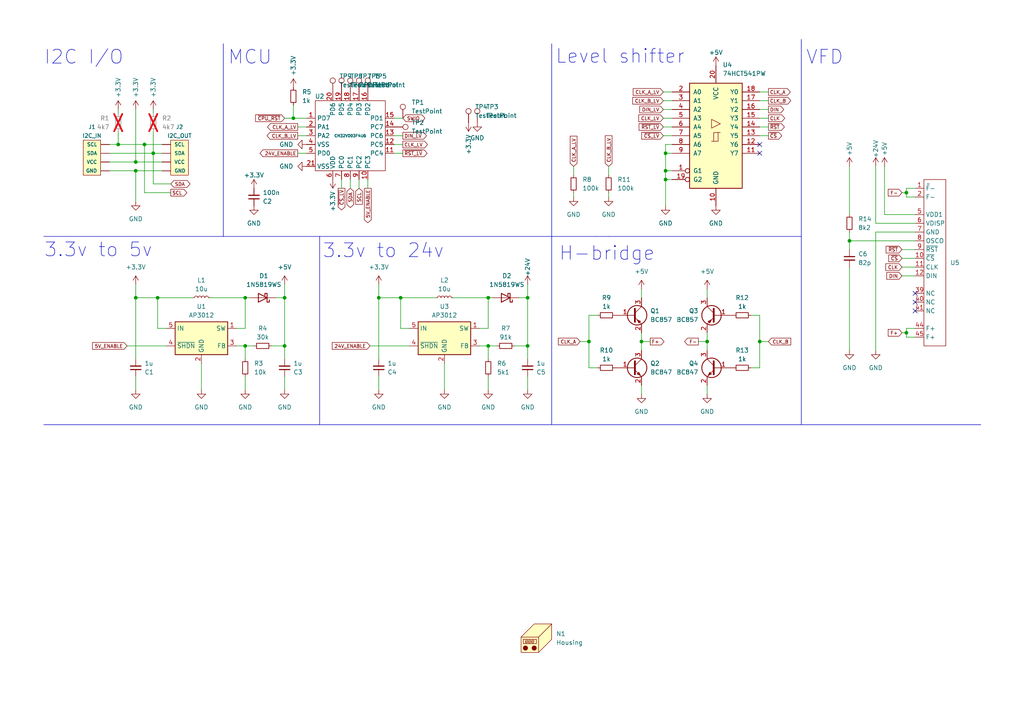
<source format=kicad_sch>
(kicad_sch (version 20230620) (generator eeschema)
  (paper "A4")
  (title_block (title "HCS-12SS59T VFD") (date "2023-05-29") (rev "0.1") (company "Nicolai Electronics"))
  (lib_symbols
    (symbol "74xx:74HCT541" (pin_names (offset 1.016))
      (property "Reference" "U" (at -7.62 16.51 0))
      (property "Value" "74HCT541" (at -7.62 -16.51 0))
      (symbol "74HCT541_1_0"
        (polyline (pts (xy -0.635 -1.6002) (xy -0.635 0.9398) (xy 0.635 0.9398)))
        (polyline (pts (xy -1.27 -1.6002) (xy 0.635 -1.6002) (xy 0.635 0.9398) (xy 1.27 0.9398)))
        (polyline (pts (xy 1.27 3.4798) (xy -1.27 4.7498) (xy -1.27 2.2098) (xy 1.27 3.4798)) (stroke (width 0.1524)))
        (pin input inverted (at -12.7 -10.16 0) (length 5.08) (name "G1") (number "1"))
        (pin power_in line (at 0 -20.32 90) (length 5.08) (name "GND") (number "10"))
        (pin tri_state line (at 12.7 -5.08 180) (length 5.08) (name "Y7") (number "11"))
        (pin tri_state line (at 12.7 -2.54 180) (length 5.08) (name "Y6") (number "12"))
        (pin tri_state line (at 12.7 0 180) (length 5.08) (name "Y5") (number "13"))
        (pin tri_state line (at 12.7 2.54 180) (length 5.08) (name "Y4") (number "14"))
        (pin tri_state line (at 12.7 5.08 180) (length 5.08) (name "Y3") (number "15"))
        (pin tri_state line (at 12.7 7.62 180) (length 5.08) (name "Y2") (number "16"))
        (pin tri_state line (at 12.7 10.16 180) (length 5.08) (name "Y1") (number "17"))
        (pin tri_state line (at 12.7 12.7 180) (length 5.08) (name "Y0") (number "18"))
        (pin input inverted (at -12.7 -12.7 0) (length 5.08) (name "G2") (number "19"))
        (pin input line (at -12.7 12.7 0) (length 5.08) (name "A0") (number "2"))
        (pin power_in line (at 0 20.32 270) (length 5.08) (name "VCC") (number "20"))
        (pin input line (at -12.7 10.16 0) (length 5.08) (name "A1") (number "3"))
        (pin input line (at -12.7 7.62 0) (length 5.08) (name "A2") (number "4"))
        (pin input line (at -12.7 5.08 0) (length 5.08) (name "A3") (number "5"))
        (pin input line (at -12.7 2.54 0) (length 5.08) (name "A4") (number "6"))
        (pin input line (at -12.7 0 0) (length 5.08) (name "A5") (number "7"))
        (pin input line (at -12.7 -2.54 0) (length 5.08) (name "A6") (number "8"))
        (pin input line (at -12.7 -5.08 0) (length 5.08) (name "A7") (number "9"))
      )
      (symbol "74HCT541_1_1"
        (rectangle (start -7.62 15.24) (end 7.62 -15.24) (stroke (width 0.254)) (fill (type background)))
      )
    )
    (symbol "Connector:TestPoint" (pin_numbers hide) (pin_names (offset 0.762) hide)
      (property "Reference" "TP" (at 0 6.858 0))
      (property "Value" "TestPoint" (at 0 5.08 0))
      (symbol "TestPoint_0_1"
        (circle (center 0 3.302) (radius 0.762))
      )
      (symbol "TestPoint_1_1"
        (pin passive line (at 0 0 90) (length 2.54) (name "1") (number "1"))
      )
    )
    (symbol "Device:C_Small" (pin_numbers hide) (pin_names (offset 0.254) hide)
      (property "Reference" "C" (at 0.254 1.778 0))
      (property "Value" "C_Small" (at 0.254 -2.032 0))
      (symbol "C_Small_0_1"
        (polyline (pts (xy -1.524 -0.508) (xy 1.524 -0.508)) (stroke (width 0.3302)))
        (polyline (pts (xy -1.524 0.508) (xy 1.524 0.508)) (stroke (width 0.3048)))
      )
      (symbol "C_Small_1_1"
        (pin passive line (at 0 2.54 270) (length 2.032) (name "~") (number "1"))
        (pin passive line (at 0 -2.54 90) (length 2.032) (name "~") (number "2"))
      )
    )
    (symbol "Device:L_Small" (pin_numbers hide) (pin_names (offset 0.254) hide)
      (property "Reference" "L" (at 0.762 1.016 0))
      (property "Value" "L_Small" (at 0.762 -1.016 0))
      (symbol "L_Small_0_1"
        (arc (start 0 -2.032) (mid 0.5058 -1.524) (end 0 -1.016))
        (arc (start 0 -1.016) (mid 0.5058 -0.508) (end 0 0))
        (arc (start 0 0) (mid 0.5058 0.508) (end 0 1.016))
        (arc (start 0 1.016) (mid 0.5058 1.524) (end 0 2.032))
      )
      (symbol "L_Small_1_1"
        (pin passive line (at 0 2.54 270) (length 0.508) (name "~") (number "1"))
        (pin passive line (at 0 -2.54 90) (length 0.508) (name "~") (number "2"))
      )
    )
    (symbol "Device:R_Small" (pin_numbers hide) (pin_names (offset 0.254) hide)
      (property "Reference" "R" (at 0.762 0.508 0))
      (property "Value" "R_Small" (at 0.762 -1.016 0))
      (symbol "R_Small_0_1"
        (rectangle (start -0.762 1.778) (end 0.762 -1.778) (stroke (width 0.2032)))
      )
      (symbol "R_Small_1_1"
        (pin passive line (at 0 2.54 270) (length 0.762) (name "~") (number "1"))
        (pin passive line (at 0 -2.54 90) (length 0.762) (name "~") (number "2"))
      )
    )
    (symbol "Diode:1N5819WS" (pin_numbers hide) (pin_names (offset 1.016) hide)
      (property "Reference" "D" (at 0 2.54 0))
      (property "Value" "1N5819WS" (at 0 -2.54 0))
      (symbol "1N5819WS_0_1"
        (polyline (pts (xy 1.27 0) (xy -1.27 0)))
        (polyline (pts (xy 1.27 1.27) (xy 1.27 -1.27) (xy -1.27 0) (xy 1.27 1.27)) (stroke (width 0.254)))
        (polyline (pts (xy -1.905 0.635) (xy -1.905 1.27) (xy -1.27 1.27) (xy -1.27 -1.27) (xy -0.635 -1.27) (xy -0.635 -0.635)) (stroke (width 0.254)))
      )
      (symbol "1N5819WS_1_1"
        (pin passive line (at -3.81 0 0) (length 2.54) (name "K") (number "1"))
        (pin passive line (at 3.81 0 180) (length 2.54) (name "A") (number "2"))
      )
    )
    (symbol "Mechanical:Housing" (pin_names (offset 1.016))
      (property "Reference" "N" (at 3.81 0 0))
      (property "Value" "Housing" (at 3.81 -1.905 0))
      (symbol "Housing_0_1"
        (rectangle (start -5.08 -0.635) (end -1.27 -1.905))
        (circle (center -4.445 -3.175) (radius 0.635) (fill (type outline)))
        (circle (center -1.905 -3.175) (radius 0.635) (fill (type outline)))
        (polyline (pts (xy -4.5212 -1.5748) (xy -4.4704 -1.3716)))
        (polyline (pts (xy -4.4196 -1.6764) (xy -4.064 -1.6764)))
        (polyline (pts (xy -4.4196 -1.2192) (xy -4.3688 -0.9652)))
        (polyline (pts (xy -4.318 -1.3208) (xy -4.0132 -1.3208)))
        (polyline (pts (xy -4.2164 -0.9144) (xy -3.9116 -0.9144)))
        (polyline (pts (xy -3.9116 -1.6256) (xy -3.8608 -1.3716)))
        (polyline (pts (xy -3.81 -1.2192) (xy -3.7592 -0.9652)))
        (polyline (pts (xy -3.6068 -1.5748) (xy -3.556 -1.3716)))
        (polyline (pts (xy -3.5052 -1.6764) (xy -3.1496 -1.6764)))
        (polyline (pts (xy -3.5052 -1.2192) (xy -3.4544 -0.9652)))
        (polyline (pts (xy -3.4036 -1.3208) (xy -3.0988 -1.3208)))
        (polyline (pts (xy -3.302 -0.9144) (xy -2.9972 -0.9144)))
        (polyline (pts (xy -2.9972 -1.6256) (xy -2.9464 -1.3716)))
        (polyline (pts (xy -2.8956 -1.2192) (xy -2.8448 -0.9652)))
        (polyline (pts (xy -2.6924 -1.5748) (xy -2.6416 -1.3716)))
        (polyline (pts (xy -2.5908 -1.6764) (xy -2.2352 -1.6764)))
        (polyline (pts (xy -2.5908 -1.2192) (xy -2.54 -0.9652)))
        (polyline (pts (xy -2.4892 -1.3208) (xy -2.1844 -1.3208)))
        (polyline (pts (xy -2.3876 -0.9144) (xy -2.0828 -0.9144)))
        (polyline (pts (xy -2.0828 -1.6256) (xy -2.032 -1.3716)))
        (polyline (pts (xy -1.9812 -1.2192) (xy -1.9304 -0.9652)))
        (polyline (pts (xy -0.635 0) (xy -0.635 -4.445)))
        (polyline (pts (xy -5.715 0) (xy -0.635 0) (xy 3.175 3.81)))
        (polyline (pts (xy -5.715 0) (xy -5.715 -4.445) (xy -0.635 -4.445) (xy 3.175 -0.635) (xy 3.175 3.81) (xy -1.905 3.81) (xy -5.715 0)) (fill (type background)))
      )
    )
    (symbol "Regulator_Switching:AP3012"
      (property "Reference" "U" (at -7.62 5.715 0))
      (property "Value" "AP3012" (at 0 5.715 0))
      (symbol "AP3012_0_1"
        (rectangle (start -7.62 4.445) (end 7.62 -5.08) (stroke (width 0.254)) (fill (type background)))
      )
      (symbol "AP3012_1_1"
        (pin passive line (at 10.16 2.54 180) (length 2.54) (name "SW") (number "1"))
        (pin power_in line (at 0 -7.62 90) (length 2.54) (name "GND") (number "2"))
        (pin input line (at 10.16 -2.54 180) (length 2.54) (name "FB") (number "3"))
        (pin input line (at -10.16 -2.54 0) (length 2.54) (name "~{SHDN}") (number "4"))
        (pin power_in line (at -10.16 2.54 0) (length 2.54) (name "IN") (number "5"))
      )
    )
    (symbol "Transistor_BJT:BC847" (pin_names (offset 0) hide)
      (property "Reference" "Q" (at 5.08 1.905 0))
      (property "Value" "BC847" (at 5.08 0 0))
      (symbol "BC847_0_1"
        (polyline (pts (xy 0.635 0.635) (xy 2.54 2.54)))
        (polyline (pts (xy 0.635 -0.635) (xy 2.54 -2.54) (xy 2.54 -2.54)))
        (polyline (pts (xy 0.635 1.905) (xy 0.635 -1.905) (xy 0.635 -1.905)) (stroke (width 0.508)))
        (polyline (pts (xy 1.27 -1.778) (xy 1.778 -1.27) (xy 2.286 -2.286) (xy 1.27 -1.778) (xy 1.27 -1.778)) (fill (type outline)))
        (circle (center 1.27 0) (radius 2.8194) (stroke (width 0.254)))
      )
      (symbol "BC847_1_1"
        (pin input line (at -5.08 0 0) (length 5.715) (name "B") (number "1"))
        (pin passive line (at 2.54 -5.08 90) (length 2.54) (name "E") (number "2"))
        (pin passive line (at 2.54 5.08 270) (length 2.54) (name "C") (number "3"))
      )
    )
    (symbol "Transistor_BJT:BC857" (pin_names (offset 0) hide)
      (property "Reference" "Q" (at 5.08 1.905 0))
      (property "Value" "BC857" (at 5.08 0 0))
      (symbol "BC857_0_1"
        (polyline (pts (xy 0.635 0.635) (xy 2.54 2.54)))
        (polyline (pts (xy 0.635 -0.635) (xy 2.54 -2.54) (xy 2.54 -2.54)))
        (polyline (pts (xy 0.635 1.905) (xy 0.635 -1.905) (xy 0.635 -1.905)) (stroke (width 0.508)))
        (polyline (pts (xy 2.286 -1.778) (xy 1.778 -2.286) (xy 1.27 -1.27) (xy 2.286 -1.778) (xy 2.286 -1.778)) (fill (type outline)))
        (circle (center 1.27 0) (radius 2.8194) (stroke (width 0.254)))
      )
      (symbol "BC857_1_1"
        (pin input line (at -5.08 0 0) (length 5.715) (name "B") (number "1"))
        (pin passive line (at 2.54 -5.08 90) (length 2.54) (name "E") (number "2"))
        (pin passive line (at 2.54 5.08 270) (length 2.54) (name "C") (number "3"))
      )
    )
    (symbol "ch32v003:CH32V003F4U6"
      (property "Reference" "U" (at 2.54 -22.86 0))
      (property "Value" "CH32V003F4U6" (at 0 0 0))
      (symbol "CH32V003F4U6_0_1"
        (rectangle (start -10.16 10.16) (end 10.16 -10.16))
      )
      (symbol "CH32V003F4U6_1_1"
        (pin bidirectional line (at -12.7 5.08 0) (length 2.54) (name "PD7") (number "1"))
        (pin bidirectional line (at 5.08 -12.7 90) (length 2.54) (name "PC3") (number "10"))
        (pin bidirectional line (at 12.7 -5.08 180) (length 2.54) (name "PC4") (number "11"))
        (pin bidirectional line (at 12.7 -2.54 180) (length 2.54) (name "PC5") (number "12"))
        (pin bidirectional line (at 12.7 0 180) (length 2.54) (name "PC6") (number "13"))
        (pin bidirectional line (at 12.7 2.54 180) (length 2.54) (name "PC7") (number "14"))
        (pin bidirectional line (at 12.7 5.08 180) (length 2.54) (name "PD1") (number "15"))
        (pin bidirectional line (at 5.08 12.7 270) (length 2.54) (name "PD2") (number "16"))
        (pin bidirectional line (at 2.54 12.7 270) (length 2.54) (name "PD3") (number "17"))
        (pin bidirectional line (at 0 12.7 270) (length 2.54) (name "PD4") (number "18"))
        (pin bidirectional line (at -2.54 12.7 270) (length 2.54) (name "PD5") (number "19"))
        (pin bidirectional line (at -12.7 2.54 0) (length 2.54) (name "PA1") (number "2"))
        (pin bidirectional line (at -5.08 12.7 270) (length 2.54) (name "PD6") (number "20"))
        (pin power_in line (at -12.7 -8.89 0) (length 2.54) (name "VSS") (number "21"))
        (pin bidirectional line (at -12.7 0 0) (length 2.54) (name "PA2") (number "3"))
        (pin power_in line (at -12.7 -2.54 0) (length 2.54) (name "VSS") (number "4"))
        (pin bidirectional line (at -12.7 -5.08 0) (length 2.54) (name "PD0") (number "5"))
        (pin power_in line (at -5.08 -12.7 90) (length 2.54) (name "VDD") (number "6"))
        (pin bidirectional line (at -2.54 -12.7 90) (length 2.54) (name "PC0") (number "7"))
        (pin bidirectional line (at 0 -12.7 90) (length 2.54) (name "PC1") (number "8"))
        (pin bidirectional line (at 2.54 -12.7 90) (length 2.54) (name "PC2") (number "9"))
      )
    )
    (symbol "hcs-12ss59t:HCS-12SS59T"
      (property "Reference" "U" (at 0 2.54 0))
      (symbol "HCS-12SS59T_0_1"
        (rectangle (start -1.27 1.27) (end 5.08 -46.99))
      )
      (symbol "HCS-12SS59T_1_1"
        (pin input line (at -3.81 -1.27 0) (length 2.54) (name "F-") (number "1"))
        (pin input line (at -3.81 -21.59 0) (length 2.54) (name "~{CS}") (number "10"))
        (pin input line (at -3.81 -24.13 0) (length 2.54) (name "CLK") (number "11"))
        (pin input line (at -3.81 -26.67 0) (length 2.54) (name "DIN") (number "12"))
        (pin input line (at -3.81 -3.81 0) (length 2.54) (name "F-") (number "2"))
        (pin input line (at -3.81 -31.75 0) (length 2.54) (name "NC") (number "39"))
        (pin input line (at -3.81 -34.29 0) (length 2.54) (name "NC") (number "40"))
        (pin input line (at -3.81 -36.83 0) (length 2.54) (name "NC") (number "41"))
        (pin input line (at -3.81 -41.91 0) (length 2.54) (name "F+") (number "44"))
        (pin input line (at -3.81 -44.45 0) (length 2.54) (name "F+") (number "45"))
        (pin input line (at -3.81 -8.89 0) (length 2.54) (name "VDD1") (number "5"))
        (pin input line (at -3.81 -11.43 0) (length 2.54) (name "VDISP") (number "6"))
        (pin input line (at -3.81 -13.97 0) (length 2.54) (name "GND") (number "7"))
        (pin input line (at -3.81 -16.51 0) (length 2.54) (name "OSCO") (number "8"))
        (pin input line (at -3.81 -19.05 0) (length 2.54) (name "~{RST}") (number "9"))
      )
    )
    (symbol "power:+24V" (power) (pin_names (offset 0))
      (property "Value" "+24V" (at 0 3.556 0))
      (symbol "+24V_0_1"
        (polyline (pts (xy -0.762 1.27) (xy 0 2.54)))
        (polyline (pts (xy 0 0) (xy 0 2.54)))
        (polyline (pts (xy 0 2.54) (xy 0.762 1.27)))
      )
      (symbol "+24V_1_1"
        (pin power_in line (at 0 0 90) (length 0) hide (name "+24V") (number "1"))
      )
    )
    (symbol "power:+3.3V" (power) (pin_names (offset 0))
      (property "Value" "+3.3V" (at 0 3.556 0))
      (symbol "+3.3V_0_1"
        (polyline (pts (xy -0.762 1.27) (xy 0 2.54)))
        (polyline (pts (xy 0 0) (xy 0 2.54)))
        (polyline (pts (xy 0 2.54) (xy 0.762 1.27)))
      )
      (symbol "+3.3V_1_1"
        (pin power_in line (at 0 0 90) (length 0) hide (name "+3.3V") (number "1"))
      )
    )
    (symbol "power:+5V" (power) (pin_names (offset 0))
      (property "Value" "+5V" (at 0 3.556 0))
      (symbol "+5V_0_1"
        (polyline (pts (xy -0.762 1.27) (xy 0 2.54)))
        (polyline (pts (xy 0 0) (xy 0 2.54)))
        (polyline (pts (xy 0 2.54) (xy 0.762 1.27)))
      )
      (symbol "+5V_1_1"
        (pin power_in line (at 0 0 90) (length 0) hide (name "+5V") (number "1"))
      )
    )
    (symbol "power:GND" (power) (pin_names (offset 0))
      (property "Value" "GND" (at 0 -3.81 0))
      (symbol "GND_0_1"
        (polyline (pts (xy 0 0) (xy 0 -1.27) (xy 1.27 -1.27) (xy 0 -2.54) (xy -1.27 -1.27) (xy 0 -1.27)))
      )
      (symbol "GND_1_1"
        (pin power_in line (at 0 0 270) (length 0) hide (name "GND") (number "1"))
      )
    )
    (symbol "qwiic:qwiic" (pin_numbers hide) (pin_names (offset 1.016))
      (property "Reference" "J3" (at -3.81 10.16 0))
      (property "Value" "I2C" (at -10.16 3.81 90))
      (property "Field4" "CONN-13694" (at -7.62 3.81 90))
      (symbol "qwiic_1_0"
        (rectangle (start 0 -1.27) (end -5.08 8.89) (fill (type background)))
      )
      (symbol "qwiic_1_1"
        (pin power_in line (at 2.54 0 180) (length 2.54) (name "GND") (number "1"))
        (pin power_in line (at 2.54 2.54 180) (length 2.54) (name "VCC") (number "2"))
        (pin passive line (at 2.54 5.08 180) (length 2.54) (name "SDA") (number "3"))
        (pin passive line (at 2.54 7.62 180) (length 2.54) (name "SCL") (number "4"))
        (pin power_in line (at 2.54 0 180) (length 2.54) (name "~") (number "5"))
        (pin power_in line (at 2.54 0 180) (length 2.54) (name "~") (number "6"))
      )
    )
  )
  (junction (at 45.72 86.36))
  (junction (at 116.205 86.36))
  (junction (at 34.29 41.91))
  (junction (at 193.04 49.53))
  (junction (at 82.55 86.36))
  (junction (at 186.055 99.06))
  (junction (at 246.38 69.85))
  (junction (at 220.345 99.06))
  (junction (at 193.04 52.07))
  (junction (at 109.855 86.36))
  (junction (at 85.09 34.29))
  (junction (at 82.55 100.33))
  (junction (at 141.605 86.36))
  (junction (at 44.45 44.45))
  (junction (at 141.605 100.33))
  (junction (at 39.37 46.99))
  (junction (at 39.37 49.53))
  (junction (at 153.035 86.36))
  (junction (at 262.89 55.88))
  (junction (at 193.04 44.45))
  (junction (at 39.37 86.36))
  (junction (at 71.12 100.33))
  (junction (at 205.105 99.06))
  (junction (at 170.815 99.06))
  (junction (at 41.91 41.91))
  (junction (at 262.89 96.52))
  (junction (at 71.12 86.36))
  (junction (at 153.035 100.33))
  (no_connect (at 265.43 90.17))
  (no_connect (at 220.345 41.91))
  (no_connect (at 220.345 44.45))
  (no_connect (at 265.43 87.63))
  (no_connect (at 265.43 85.09))
  (wire (pts (xy 220.345 36.83) (xy 222.885 36.83)))
  (wire (pts (xy 262.89 54.61) (xy 262.89 55.88)))
  (wire (pts (xy 262.89 57.15) (xy 265.43 57.15)))
  (wire (pts (xy 68.58 100.33) (xy 71.12 100.33)))
  (wire (pts (xy 265.43 64.77) (xy 254 64.77)))
  (polyline (pts (xy 232.41 68.58) (xy 232.41 123.19)))
  (wire (pts (xy 246.38 77.47) (xy 246.38 101.6)))
  (wire (pts (xy 168.275 99.06) (xy 170.815 99.06)))
  (wire (pts (xy 193.04 52.07) (xy 194.945 52.07)))
  (wire (pts (xy 193.04 41.91) (xy 193.04 44.45)))
  (wire (pts (xy 41.91 55.88) (xy 49.53 55.88)))
  (wire (pts (xy 256.54 62.23) (xy 256.54 48.26)))
  (wire (pts (xy 186.055 96.52) (xy 186.055 99.06)))
  (wire (pts (xy 34.29 31.75) (xy 34.29 33.02)))
  (polyline (pts (xy 176.53 123.19) (xy 284.48 123.19)))
  (wire (pts (xy 71.12 109.22) (xy 71.12 113.03)))
  (wire (pts (xy 220.345 99.06) (xy 222.885 99.06)))
  (wire (pts (xy 36.83 100.33) (xy 48.26 100.33)))
  (wire (pts (xy 107.315 100.33) (xy 118.745 100.33)))
  (wire (pts (xy 80.01 86.36) (xy 82.55 86.36)))
  (wire (pts (xy 254 64.77) (xy 254 48.26)))
  (wire (pts (xy 220.345 91.44) (xy 220.345 99.06)))
  (wire (pts (xy 139.065 100.33) (xy 141.605 100.33)))
  (wire (pts (xy 82.55 100.33) (xy 82.55 104.14)))
  (wire (pts (xy 141.605 86.36) (xy 131.445 86.36)))
  (wire (pts (xy 261.62 55.88) (xy 262.89 55.88)))
  (polyline (pts (xy 100.33 123.19) (xy 176.53 123.19)))
  (wire (pts (xy 45.72 95.25) (xy 45.72 86.36)))
  (polyline (pts (xy 176.53 68.58) (xy 172.72 68.58)))
  (wire (pts (xy 101.6 52.07) (xy 101.6 54.61)))
  (wire (pts (xy 86.36 44.45) (xy 88.9 44.45)))
  (wire (pts (xy 176.53 55.88) (xy 176.53 57.15)))
  (wire (pts (xy 71.12 100.33) (xy 73.66 100.33)))
  (wire (pts (xy 170.815 99.06) (xy 170.815 106.68)))
  (wire (pts (xy 71.12 95.25) (xy 71.12 86.36)))
  (wire (pts (xy 39.37 49.53) (xy 39.37 58.42)))
  (wire (pts (xy 45.72 86.36) (xy 55.88 86.36)))
  (wire (pts (xy 193.04 41.91) (xy 194.945 41.91)))
  (wire (pts (xy 141.605 95.25) (xy 141.605 86.36)))
  (wire (pts (xy 176.53 48.26) (xy 176.53 50.8)))
  (polyline (pts (xy 176.53 68.58) (xy 232.41 68.58)))
  (wire (pts (xy 141.605 100.33) (xy 141.605 104.14)))
  (wire (pts (xy 109.855 86.36) (xy 109.855 104.14)))
  (wire (pts (xy 246.38 69.85) (xy 246.38 72.39)))
  (wire (pts (xy 31.75 46.99) (xy 39.37 46.99)))
  (polyline (pts (xy 160.02 12.7) (xy 160.02 68.58)))
  (wire (pts (xy 220.345 99.06) (xy 220.345 106.68)))
  (wire (pts (xy 116.205 95.25) (xy 116.205 86.36)))
  (wire (pts (xy 186.055 99.06) (xy 188.595 99.06)))
  (wire (pts (xy 116.205 86.36) (xy 126.365 86.36)))
  (wire (pts (xy 41.91 41.91) (xy 41.91 55.88)))
  (wire (pts (xy 193.04 44.45) (xy 194.945 44.45)))
  (wire (pts (xy 104.14 52.07) (xy 104.14 54.61)))
  (wire (pts (xy 109.855 82.55) (xy 109.855 86.36)))
  (polyline (pts (xy 232.41 11.43) (xy 232.41 68.58)))
  (wire (pts (xy 128.905 105.41) (xy 128.905 113.03)))
  (wire (pts (xy 220.345 26.67) (xy 222.885 26.67)))
  (wire (pts (xy 170.815 106.68) (xy 173.355 106.68)))
  (wire (pts (xy 220.345 31.75) (xy 222.885 31.75)))
  (wire (pts (xy 192.405 39.37) (xy 194.945 39.37)))
  (polyline (pts (xy 12.7 68.58) (xy 172.72 68.58)))
  (wire (pts (xy 205.105 96.52) (xy 205.105 99.06)))
  (polyline (pts (xy 160.02 68.58) (xy 160.02 123.19)))
  (wire (pts (xy 220.345 34.29) (xy 222.885 34.29)))
  (wire (pts (xy 82.55 86.36) (xy 82.55 100.33)))
  (wire (pts (xy 153.035 100.33) (xy 153.035 104.14)))
  (wire (pts (xy 173.355 91.44) (xy 170.815 91.44)))
  (wire (pts (xy 150.495 86.36) (xy 153.035 86.36)))
  (wire (pts (xy 254 101.6) (xy 254 67.31)))
  (wire (pts (xy 149.225 100.33) (xy 153.035 100.33)))
  (wire (pts (xy 193.04 52.07) (xy 193.04 59.69)))
  (wire (pts (xy 44.45 44.45) (xy 44.45 53.34)))
  (wire (pts (xy 202.565 99.06) (xy 205.105 99.06)))
  (wire (pts (xy 205.105 83.82) (xy 205.105 86.36)))
  (wire (pts (xy 85.09 34.29) (xy 88.9 34.29)))
  (wire (pts (xy 153.035 109.22) (xy 153.035 113.03)))
  (wire (pts (xy 44.45 31.75) (xy 44.45 33.02)))
  (wire (pts (xy 39.37 49.53) (xy 46.99 49.53)))
  (wire (pts (xy 86.36 36.83) (xy 88.9 36.83)))
  (wire (pts (xy 261.62 77.47) (xy 265.43 77.47)))
  (polyline (pts (xy 12.7 123.19) (xy 100.33 123.19)))
  (wire (pts (xy 139.065 95.25) (xy 141.605 95.25)))
  (wire (pts (xy 86.36 39.37) (xy 88.9 39.37)))
  (wire (pts (xy 153.035 82.55) (xy 153.035 86.36)))
  (wire (pts (xy 118.745 95.25) (xy 116.205 95.25)))
  (wire (pts (xy 261.62 96.52) (xy 262.89 96.52)))
  (wire (pts (xy 261.62 74.93) (xy 265.43 74.93)))
  (wire (pts (xy 186.055 83.82) (xy 186.055 86.36)))
  (wire (pts (xy 186.055 99.06) (xy 186.055 101.6)))
  (wire (pts (xy 192.405 36.83) (xy 194.945 36.83)))
  (wire (pts (xy 220.345 39.37) (xy 222.885 39.37)))
  (wire (pts (xy 114.3 41.91) (xy 116.84 41.91)))
  (wire (pts (xy 82.55 82.55) (xy 82.55 86.36)))
  (wire (pts (xy 114.3 44.45) (xy 116.84 44.45)))
  (wire (pts (xy 246.38 69.85) (xy 265.43 69.85)))
  (wire (pts (xy 41.91 41.91) (xy 46.99 41.91)))
  (wire (pts (xy 78.74 100.33) (xy 82.55 100.33)))
  (wire (pts (xy 194.945 49.53) (xy 193.04 49.53)))
  (wire (pts (xy 192.405 26.67) (xy 194.945 26.67)))
  (wire (pts (xy 205.105 111.76) (xy 205.105 114.3)))
  (wire (pts (xy 114.3 39.37) (xy 116.84 39.37)))
  (wire (pts (xy 265.43 95.25) (xy 262.89 95.25)))
  (wire (pts (xy 71.12 100.33) (xy 71.12 104.14)))
  (wire (pts (xy 141.605 109.22) (xy 141.605 113.03)))
  (wire (pts (xy 114.3 34.29) (xy 116.84 34.29)))
  (wire (pts (xy 39.37 82.55) (xy 39.37 86.36)))
  (wire (pts (xy 141.605 86.36) (xy 142.875 86.36)))
  (wire (pts (xy 39.37 46.99) (xy 46.99 46.99)))
  (wire (pts (xy 82.55 109.22) (xy 82.55 113.03)))
  (polyline (pts (xy 64.77 12.7) (xy 64.77 68.58)))
  (wire (pts (xy 85.09 30.48) (xy 85.09 34.29)))
  (wire (pts (xy 170.815 91.44) (xy 170.815 99.06)))
  (wire (pts (xy 217.805 91.44) (xy 220.345 91.44)))
  (wire (pts (xy 109.855 86.36) (xy 116.205 86.36)))
  (wire (pts (xy 39.37 109.22) (xy 39.37 113.03)))
  (wire (pts (xy 193.04 49.53) (xy 193.04 52.07)))
  (wire (pts (xy 246.38 48.26) (xy 246.38 62.23)))
  (wire (pts (xy 44.45 53.34) (xy 49.53 53.34)))
  (wire (pts (xy 186.055 111.76) (xy 186.055 114.3)))
  (wire (pts (xy 262.89 95.25) (xy 262.89 96.52)))
  (wire (pts (xy 153.035 86.36) (xy 153.035 100.33)))
  (wire (pts (xy 220.345 29.21) (xy 222.885 29.21)))
  (wire (pts (xy 192.405 31.75) (xy 194.945 31.75)))
  (wire (pts (xy 44.45 38.1) (xy 44.45 44.45)))
  (wire (pts (xy 262.89 97.79) (xy 265.43 97.79)))
  (wire (pts (xy 192.405 29.21) (xy 194.945 29.21)))
  (wire (pts (xy 166.37 48.26) (xy 166.37 50.8)))
  (wire (pts (xy 34.29 41.91) (xy 41.91 41.91)))
  (wire (pts (xy 44.45 44.45) (xy 46.99 44.45)))
  (wire (pts (xy 141.605 100.33) (xy 144.145 100.33)))
  (wire (pts (xy 39.37 86.36) (xy 39.37 104.14)))
  (wire (pts (xy 193.04 44.45) (xy 193.04 49.53)))
  (wire (pts (xy 99.06 52.07) (xy 99.06 54.61)))
  (wire (pts (xy 58.42 105.41) (xy 58.42 113.03)))
  (wire (pts (xy 82.55 34.29) (xy 85.09 34.29)))
  (wire (pts (xy 166.37 55.88) (xy 166.37 57.15)))
  (wire (pts (xy 68.58 95.25) (xy 71.12 95.25)))
  (wire (pts (xy 109.855 109.22) (xy 109.855 113.03)))
  (wire (pts (xy 254 67.31) (xy 265.43 67.31)))
  (wire (pts (xy 106.68 52.07) (xy 106.68 54.61)))
  (wire (pts (xy 261.62 72.39) (xy 265.43 72.39)))
  (wire (pts (xy 31.75 44.45) (xy 44.45 44.45)))
  (wire (pts (xy 205.105 99.06) (xy 205.105 101.6)))
  (wire (pts (xy 48.26 95.25) (xy 45.72 95.25)))
  (wire (pts (xy 265.43 62.23) (xy 256.54 62.23)))
  (wire (pts (xy 246.38 67.31) (xy 246.38 69.85)))
  (wire (pts (xy 261.62 80.01) (xy 265.43 80.01)))
  (wire (pts (xy 192.405 34.29) (xy 194.945 34.29)))
  (wire (pts (xy 31.75 49.53) (xy 39.37 49.53)))
  (wire (pts (xy 34.29 38.1) (xy 34.29 41.91)))
  (wire (pts (xy 39.37 31.75) (xy 39.37 46.99)))
  (wire (pts (xy 262.89 55.88) (xy 262.89 57.15)))
  (wire (pts (xy 265.43 54.61) (xy 262.89 54.61)))
  (wire (pts (xy 31.75 41.91) (xy 34.29 41.91)))
  (wire (pts (xy 220.345 106.68) (xy 217.805 106.68)))
  (polyline (pts (xy 92.71 68.58) (xy 92.71 123.19)))
  (wire (pts (xy 39.37 86.36) (xy 45.72 86.36)))
  (wire (pts (xy 262.89 96.52) (xy 262.89 97.79)))
  (wire (pts (xy 71.12 86.36) (xy 72.39 86.36)))
  (wire (pts (xy 71.12 86.36) (xy 60.96 86.36)))
  (text "3.3v to 5v" (at 12.7 74.93 0) (effects (font (size 4 4)) (justify left bottom)))
  (text "H-bridge" (at 162.052 75.946 0) (effects (font (size 4 4)) (justify left bottom)))
  (text "3.3v to 24v" (at 93.472 75.184 0) (effects (font (size 4 4)) (justify left bottom)))
  (text "MCU" (at 66.04 19.05 0) (effects (font (size 4 4)) (justify left bottom)))
  (text "I2C I/O" (at 12.7 19.05 0) (effects (font (size 4 4)) (justify left bottom)))
  (text "VFD" (at 233.68 19.05 0) (effects (font (size 4 4)) (justify left bottom)))
  (text "Level shifter" (at 161.036 18.796 0) (effects (font (size 4 4)) (justify left bottom)))
  (global_label "SCL" (shape input) (at 104.14 54.61 270) (effects (font (size 1 1))) (property "Intersheetrefs" "${INTERSHEET_REFS}" (effects hide)))
  (global_label "F-" (shape output) (at 202.565 99.06 180) (effects (font (size 1 1))) (property "Intersheetrefs" "${INTERSHEET_REFS}" (effects hide)))
  (global_label "DIN" (shape input) (at 261.62 80.01 180) (effects (font (size 1 1))) (property "Intersheetrefs" "${INTERSHEET_REFS}" (effects hide)))
  (global_label "SDA" (shape bidirectional) (at 101.6 54.61 270) (effects (font (size 1 1))) (property "Intersheetrefs" "${INTERSHEET_REFS}" (effects hide)))
  (global_label "~{RST_LV}" (shape input) (at 192.405 36.83 180) (effects (font (size 1 1))) (property "Intersheetrefs" "${INTERSHEET_REFS}" (effects hide)))
  (global_label "~{CS_LV}" (shape input) (at 192.405 39.37 180) (effects (font (size 1 1))) (property "Intersheetrefs" "${INTERSHEET_REFS}" (effects hide)))
  (global_label "~{RST_LV}" (shape output) (at 116.84 44.45 0) (effects (font (size 1 1))) (property "Intersheetrefs" "${INTERSHEET_REFS}" (effects hide)))
  (global_label "CLK_B_LV" (shape input) (at 176.53 48.26 90) (effects (font (size 1 1))) (property "Intersheetrefs" "${INTERSHEET_REFS}" (effects hide)))
  (global_label "~{CS}" (shape output) (at 222.885 39.37 0) (effects (font (size 1 1))) (property "Intersheetrefs" "${INTERSHEET_REFS}" (effects hide)))
  (global_label "5V_ENABLE" (shape input) (at 36.83 100.33 180) (effects (font (size 1 1))) (property "Intersheetrefs" "${INTERSHEET_REFS}" (effects hide)))
  (global_label "CLK_A" (shape output) (at 222.885 26.67 0) (effects (font (size 1 1))) (property "Intersheetrefs" "${INTERSHEET_REFS}" (effects hide)))
  (global_label "DIN_LV" (shape input) (at 192.405 31.75 180) (effects (font (size 1 1))) (property "Intersheetrefs" "${INTERSHEET_REFS}" (effects hide)))
  (global_label "CLK" (shape output) (at 222.885 34.29 0) (effects (font (size 1 1))) (property "Intersheetrefs" "${INTERSHEET_REFS}" (effects hide)))
  (global_label "CLK_A_LV" (shape input) (at 166.37 48.26 90) (effects (font (size 1 1))) (property "Intersheetrefs" "${INTERSHEET_REFS}" (effects hide)))
  (global_label "CLK" (shape input) (at 261.62 77.47 180) (effects (font (size 1 1))) (property "Intersheetrefs" "${INTERSHEET_REFS}" (effects hide)))
  (global_label "CLK_A" (shape input) (at 168.275 99.06 180) (effects (font (size 1 1))) (property "Intersheetrefs" "${INTERSHEET_REFS}" (effects hide)))
  (global_label "SDA" (shape bidirectional) (at 49.53 53.34 0) (effects (font (size 1 1))) (property "Intersheetrefs" "${INTERSHEET_REFS}" (effects hide)))
  (global_label "F+" (shape output) (at 188.595 99.06 0) (effects (font (size 1 1))) (property "Intersheetrefs" "${INTERSHEET_REFS}" (effects hide)))
  (global_label "F-" (shape input) (at 261.62 55.88 180) (effects (font (size 1 1))) (property "Intersheetrefs" "${INTERSHEET_REFS}" (effects hide)))
  (global_label "5V_ENABLE" (shape output) (at 106.68 54.61 270) (effects (font (size 1 1))) (property "Intersheetrefs" "${INTERSHEET_REFS}" (effects hide)))
  (global_label "~{RST}" (shape input) (at 261.62 72.39 180) (effects (font (size 1 1))) (property "Intersheetrefs" "${INTERSHEET_REFS}" (effects hide)))
  (global_label "24V_ENABLE" (shape input) (at 107.315 100.33 180) (effects (font (size 1 1))) (property "Intersheetrefs" "${INTERSHEET_REFS}" (effects hide)))
  (global_label "~{CS}" (shape input) (at 261.62 74.93 180) (effects (font (size 1 1))) (property "Intersheetrefs" "${INTERSHEET_REFS}" (effects hide)))
  (global_label "CLK_B" (shape input) (at 222.885 99.06 0) (effects (font (size 1 1))) (property "Intersheetrefs" "${INTERSHEET_REFS}" (effects hide)))
  (global_label "SWIO" (shape bidirectional) (at 116.84 34.29 0) (effects (font (size 1 1))) (property "Intersheetrefs" "${INTERSHEET_REFS}" (effects hide)))
  (global_label "DIN_LV" (shape output) (at 116.84 39.37 0) (effects (font (size 1 1))) (property "Intersheetrefs" "${INTERSHEET_REFS}" (effects hide)))
  (global_label "F+" (shape input) (at 261.62 96.52 180) (effects (font (size 1 1))) (property "Intersheetrefs" "${INTERSHEET_REFS}" (effects hide)))
  (global_label "DIN" (shape output) (at 222.885 31.75 0) (effects (font (size 1 1))) (property "Intersheetrefs" "${INTERSHEET_REFS}" (effects hide)))
  (global_label "CLK_B" (shape output) (at 222.885 29.21 0) (effects (font (size 1 1))) (property "Intersheetrefs" "${INTERSHEET_REFS}" (effects hide)))
  (global_label "~{CPU_RST}" (shape input) (at 82.55 34.29 180) (effects (font (size 1 1))) (property "Intersheetrefs" "${INTERSHEET_REFS}" (effects hide)))
  (global_label "CLK_B_LV" (shape output) (at 86.36 39.37 180) (effects (font (size 1 1))) (property "Intersheetrefs" "${INTERSHEET_REFS}" (effects hide)))
  (global_label "~{RST}" (shape output) (at 222.885 36.83 0) (effects (font (size 1 1))) (property "Intersheetrefs" "${INTERSHEET_REFS}" (effects hide)))
  (global_label "SCL" (shape output) (at 49.53 55.88 0) (effects (font (size 1 1))) (property "Intersheetrefs" "${INTERSHEET_REFS}" (effects hide)))
  (global_label "CLK_A_LV" (shape output) (at 86.36 36.83 180) (effects (font (size 1 1))) (property "Intersheetrefs" "${INTERSHEET_REFS}" (effects hide)))
  (global_label "CLK_LV" (shape output) (at 116.84 41.91 0) (effects (font (size 1 1))) (property "Intersheetrefs" "${INTERSHEET_REFS}" (effects hide)))
  (global_label "CLK_LV" (shape input) (at 192.405 34.29 180) (effects (font (size 1 1))) (property "Intersheetrefs" "${INTERSHEET_REFS}" (effects hide)))
  (global_label "24V_ENABLE" (shape output) (at 86.36 44.45 180) (effects (font (size 1 1))) (property "Intersheetrefs" "${INTERSHEET_REFS}" (effects hide)))
  (global_label "CLK_B_LV" (shape input) (at 192.405 29.21 180) (effects (font (size 1 1))) (property "Intersheetrefs" "${INTERSHEET_REFS}" (effects hide)))
  (global_label "~{CS_LV}" (shape output) (at 99.06 54.61 270) (effects (font (size 1 1))) (property "Intersheetrefs" "${INTERSHEET_REFS}" (effects hide)))
  (global_label "CLK_A_LV" (shape input) (at 192.405 26.67 180) (effects (font (size 1 1))) (property "Intersheetrefs" "${INTERSHEET_REFS}" (effects hide)))
  (symbol (lib_id "Device:R_Small") (at 175.895 106.68 270) (unit 1)
    (property "Reference" "R10" (at 175.895 101.6 90))
    (property "Value" "1k" (at 175.895 104.14 90))
    (property "Footprint" "Resistor_SMD:R_0603_1608Metric" (effects hide))
  )
  (symbol (lib_id "Device:R_Small") (at 246.38 64.77 180) (unit 1)
    (property "Reference" "R14" (at 248.92 63.5 0) (effects (justify right)))
    (property "Value" "8k2" (at 248.92 66.04 0) (effects (justify right)))
    (property "Footprint" "Resistor_SMD:R_0603_1608Metric" (effects hide))
  )
  (symbol (lib_id "power:GND") (at 71.12 113.03 0) (unit 1)
    (property "Reference" "#PWR08" (effects hide))
    (property "Value" "GND" (at 71.12 118.11 0))
  )
  (symbol (lib_id "Regulator_Switching:AP3012") (at 128.905 97.79 0) (unit 1)
    (property "Reference" "U3" (at 128.905 88.9 0))
    (property "Value" "AP3012" (at 128.905 91.44 0))
    (property "Footprint" "Package_TO_SOT_SMD:SOT-23-5" (effects hide))
    (property "Datasheet" "https://www.diodes.com/assets/Datasheets/AP3012.pdf" (effects hide))
    (property "LCSC" "C102618" (effects hide))
  )
  (symbol (lib_id "power:+3.3V") (at 34.29 31.75 0) (unit 1)
    (property "Reference" "#PWR01" (effects hide))
    (property "Value" "+3.3V" (at 34.29 25.4 90))
  )
  (symbol (lib_id "power:GND") (at 254 101.6 0) (unit 1)
    (property "Reference" "#PWR035" (effects hide))
    (property "Value" "GND" (at 254 106.68 0))
  )
  (symbol (lib_id "qwiic:qwiic") (at 29.21 49.53 0) (unit 1)
    (property "Reference" "J1" (at 26.67 36.83 0) (effects (font (size 1.143 1.143))))
    (property "Value" "I2C_IN" (at 26.67 39.37 0) (effects (font (size 1.143 1.143))))
    (property "Footprint" "qwiic:1X04_1MM_RA_GND" (effects hide))
    (property "Datasheet" "https://datasheet.lcsc.com/lcsc/1811151533_JST-Sales-America-SM04B-SRSS-TB-LF-SN_C160404.pdf" (effects hide))
    (property "Field4" "CONN-13694" (effects hide))
    (property "LCSC" "C160404" (effects hide))
    (property "MPN" "SM04B-SRSS-TB" (effects hide))
    (property "Manufacturer" "JST" (effects hide))
    (property "Category" "Connectors" (effects hide))
  )
  (symbol (lib_id "Device:C_Small") (at 109.855 106.68 0) (mirror x) (unit 1)
    (property "Reference" "C4" (at 112.395 107.9437 0) (effects (justify left)))
    (property "Value" "1u" (at 112.395 105.4037 0) (effects (justify left)))
    (property "Footprint" "Capacitor_SMD:C_0603_1608Metric" (effects hide))
  )
  (symbol (lib_id "power:GND") (at 205.105 114.3 0) (unit 1)
    (property "Reference" "#PWR029" (effects hide))
    (property "Value" "GND" (at 205.105 119.38 0))
  )
  (symbol (lib_id "Transistor_BJT:BC857") (at 207.645 91.44 0) (mirror y) (unit 1)
    (property "Reference" "Q3" (at 202.565 90.17 0) (effects (justify left)))
    (property "Value" "BC857" (at 202.565 92.71 0) (effects (justify left)))
    (property "Footprint" "Package_TO_SOT_SMD:SOT-23" (effects hide))
    (property "Datasheet" "https://www.onsemi.com/pub/Collateral/BC860-D.pdf" (effects hide))
    (property "LCSC" "C779725" (effects hide))
  )
  (symbol (lib_id "power:+3.3V") (at 73.66 54.61 0) (unit 1)
    (property "Reference" "#PWR09" (effects hide))
    (property "Value" "+3.3V" (at 73.66 50.8 0))
  )
  (symbol (lib_id "power:+3.3V") (at 135.89 35.56 180) (unit 1)
    (property "Reference" "#PWR038" (effects hide))
    (property "Value" "+3.3V" (at 135.89 41.91 90))
  )
  (symbol (lib_id "power:GND") (at 153.035 113.03 0) (unit 1)
    (property "Reference" "#PWR022" (effects hide))
    (property "Value" "GND" (at 153.035 118.11 0))
  )
  (symbol (lib_id "Device:R_Small") (at 175.895 91.44 270) (unit 1)
    (property "Reference" "R9" (at 175.895 86.36 90))
    (property "Value" "1k" (at 175.895 88.9 90))
    (property "Footprint" "Resistor_SMD:R_0603_1608Metric" (effects hide))
  )
  (symbol (lib_id "Device:C_Small") (at 246.38 74.93 0) (unit 1)
    (property "Reference" "C6" (at 248.92 73.6663 0) (effects (justify left)))
    (property "Value" "82p" (at 248.92 76.2063 0) (effects (justify left)))
    (property "Footprint" "Capacitor_SMD:C_0603_1608Metric" (effects hide))
  )
  (symbol (lib_id "Device:R_Small") (at 166.37 53.34 0) (unit 1)
    (property "Reference" "R8" (at 168.91 52.07 0) (effects (justify left)))
    (property "Value" "100k" (at 168.91 54.61 0) (effects (justify left)))
    (property "Footprint" "Resistor_SMD:R_0603_1608Metric" (effects hide))
  )
  (symbol (lib_id "power:GND") (at 138.43 35.56 0) (unit 1)
    (property "Reference" "#PWR037" (effects hide))
    (property "Value" "GND" (at 138.43 40.005 0))
  )
  (symbol (lib_id "power:+3.3V") (at 96.52 52.07 180) (unit 1)
    (property "Reference" "#PWR016" (effects hide))
    (property "Value" "+3.3V" (at 96.52 58.42 90))
  )
  (symbol (lib_id "power:GND") (at 88.9 41.91 270) (unit 1)
    (property "Reference" "#PWR014" (effects hide))
    (property "Value" "GND" (at 85.09 41.91 90) (effects (justify right)))
  )
  (symbol (lib_id "Device:C_Small") (at 39.37 106.68 0) (mirror x) (unit 1)
    (property "Reference" "C1" (at 41.91 107.9437 0) (effects (justify left)))
    (property "Value" "1u" (at 41.91 105.4037 0) (effects (justify left)))
    (property "Footprint" "Capacitor_SMD:C_0603_1608Metric" (effects hide))
  )
  (symbol (lib_id "74xx:74HCT541") (at 207.645 39.37 0) (unit 1)
    (property "Reference" "U4" (at 209.6009 18.796 0) (effects (justify left)))
    (property "Value" "74HCT541PW" (at 209.6009 21.336 0) (effects (justify left)))
    (property "Footprint" "Package_SO:TSSOP-20_4.4x6.5mm_P0.65mm" (effects hide))
    (property "Datasheet" "http://www.ti.com/lit/gpn/sn74HCT541" (effects hide))
    (property "LCSC" "C131314" (effects hide))
  )
  (symbol (lib_id "Regulator_Switching:AP3012") (at 58.42 97.79 0) (unit 1)
    (property "Reference" "U1" (at 58.42 88.9 0))
    (property "Value" "AP3012" (at 58.42 91.44 0))
    (property "Footprint" "Package_TO_SOT_SMD:SOT-23-5" (effects hide))
    (property "Datasheet" "https://www.diodes.com/assets/Datasheets/AP3012.pdf" (effects hide))
    (property "LCSC" "C102618" (effects hide))
  )
  (symbol (lib_id "Connector:TestPoint") (at 99.06 26.67 0) (unit 1)
    (property "Reference" "TP8" (at 101.6 22.098 0) (effects (justify left)))
    (property "Value" "TestPoint" (at 101.6 24.638 0) (effects (justify left)))
    (property "Footprint" "TestPoint:TestPoint_Pad_D1.5mm" (effects hide))
    (property "Description" "test point" (effects hide))
  )
  (symbol (lib_id "Diode:1N5819WS") (at 146.685 86.36 180) (unit 1)
    (property "Reference" "D2" (at 147.0025 80.01 0))
    (property "Value" "1N5819WS" (at 147.0025 82.55 0))
    (property "Footprint" "Diode_SMD:D_SOD-323" (effects hide))
    (property "Datasheet" "https://datasheet.lcsc.com/lcsc/2204281430_Guangdong-Hottech-1N5819WS_C191023.pdf" (effects hide))
  )
  (symbol (lib_id "power:GND") (at 193.04 59.69 0) (unit 1)
    (property "Reference" "#PWR027" (effects hide))
    (property "Value" "GND" (at 193.04 64.77 0))
  )
  (symbol (lib_id "power:GND") (at 39.37 58.42 0) (unit 1)
    (property "Reference" "#PWR03" (effects hide))
    (property "Value" "GND" (at 39.37 63.5 0))
  )
  (symbol (lib_id "Connector:TestPoint") (at 116.84 34.29 0) (unit 1)
    (property "Reference" "TP1" (at 119.38 29.718 0) (effects (justify left)))
    (property "Value" "TestPoint" (at 119.38 32.258 0) (effects (justify left)))
    (property "Footprint" "TestPoint:TestPoint_Pad_D1.5mm" (effects hide))
    (property "Description" "test point" (effects hide))
  )
  (symbol (lib_id "Device:R_Small") (at 146.685 100.33 90) (unit 1)
    (property "Reference" "R7" (at 146.685 95.25 90))
    (property "Value" "91k" (at 146.685 97.79 90))
    (property "Footprint" "Resistor_SMD:R_0603_1608Metric" (effects hide))
  )
  (symbol (lib_id "power:+3.3V") (at 39.37 82.55 0) (unit 1)
    (property "Reference" "#PWR04" (effects hide))
    (property "Value" "+3.3V" (at 39.37 77.47 0))
  )
  (symbol (lib_id "power:GND") (at 207.645 59.69 0) (unit 1)
    (property "Reference" "#PWR031" (effects hide))
    (property "Value" "GND" (at 207.645 64.77 0))
  )
  (symbol (lib_id "Device:R_Small") (at 85.09 27.94 180) (unit 1)
    (property "Reference" "R5" (at 87.63 26.67 0) (effects (justify right)))
    (property "Value" "1k" (at 87.63 29.21 0) (effects (justify right)))
    (property "Footprint" "Resistor_SMD:R_0603_1608Metric" (effects hide))
  )
  (symbol (lib_id "Device:R_Small") (at 215.265 106.68 270) (unit 1)
    (property "Reference" "R13" (at 215.265 101.6 90))
    (property "Value" "1k" (at 215.265 104.14 90))
    (property "Footprint" "Resistor_SMD:R_0603_1608Metric" (effects hide))
  )
  (symbol (lib_id "power:GND") (at 141.605 113.03 0) (unit 1)
    (property "Reference" "#PWR020" (effects hide))
    (property "Value" "GND" (at 141.605 118.11 0))
  )
  (symbol (lib_id "power:GND") (at 166.37 57.15 0) (unit 1)
    (property "Reference" "#PWR023" (effects hide))
    (property "Value" "GND" (at 166.37 62.23 0))
  )
  (symbol (lib_id "Mechanical:Housing") (at 156.845 184.785 0) (unit 1)
    (property "Reference" "N1" (at 161.29 183.8325 0) (effects (justify left)))
    (property "Value" "Housing" (at 161.29 186.3725 0) (effects (justify left)))
    (property "Footprint" "footprints:logo_nicolai" (effects hide))
    (property "Description" "Housing" (effects hide))
  )
  (symbol (lib_id "Device:R_Small") (at 176.53 53.34 0) (unit 1)
    (property "Reference" "R11" (at 179.07 52.07 0) (effects (justify left)))
    (property "Value" "100k" (at 179.07 54.61 0) (effects (justify left)))
    (property "Footprint" "Resistor_SMD:R_0603_1608Metric" (effects hide))
  )
  (symbol (lib_id "power:GND") (at 186.055 114.3 0) (unit 1)
    (property "Reference" "#PWR026" (effects hide))
    (property "Value" "GND" (at 186.055 119.38 0))
  )
  (symbol (lib_id "Device:R_Small") (at 141.605 106.68 180) (unit 1)
    (property "Reference" "R6" (at 144.145 105.41 0) (effects (justify right)))
    (property "Value" "5k1" (at 144.145 107.95 0) (effects (justify right)))
    (property "Footprint" "Resistor_SMD:R_0603_1608Metric" (effects hide))
  )
  (symbol (lib_id "power:GND") (at 39.37 113.03 0) (unit 1)
    (property "Reference" "#PWR05" (effects hide))
    (property "Value" "GND" (at 39.37 118.11 0))
  )
  (symbol (lib_id "Device:R_Small") (at 71.12 106.68 180) (unit 1)
    (property "Reference" "R3" (at 73.66 105.41 0) (effects (justify right)))
    (property "Value" "10k" (at 73.66 107.95 0) (effects (justify right)))
    (property "Footprint" "Resistor_SMD:R_0603_1608Metric" (effects hide))
  )
  (symbol (lib_id "power:+3.3V") (at 44.45 31.75 0) (unit 1)
    (property "Reference" "#PWR06" (effects hide))
    (property "Value" "+3.3V" (at 44.45 25.4 90))
  )
  (symbol (lib_id "Connector:TestPoint") (at 104.14 26.67 0) (unit 1)
    (property "Reference" "TP6" (at 106.68 22.098 0) (effects (justify left)))
    (property "Value" "TestPoint" (at 106.68 24.638 0) (effects (justify left)))
    (property "Footprint" "TestPoint:TestPoint_Pad_D1.5mm" (effects hide))
    (property "Description" "test point" (effects hide))
  )
  (symbol (lib_id "Diode:1N5819WS") (at 76.2 86.36 180) (unit 1)
    (property "Reference" "D1" (at 76.5175 80.01 0))
    (property "Value" "1N5819WS" (at 76.5175 82.55 0))
    (property "Footprint" "Diode_SMD:D_SOD-323" (effects hide))
    (property "Datasheet" "https://datasheet.lcsc.com/lcsc/2204281430_Guangdong-Hottech-1N5819WS_C191023.pdf" (effects hide))
  )
  (symbol (lib_id "Transistor_BJT:BC847") (at 207.645 106.68 0) (mirror y) (unit 1)
    (property "Reference" "Q4" (at 202.565 105.41 0) (effects (justify left)))
    (property "Value" "BC847" (at 202.565 107.95 0) (effects (justify left)))
    (property "Footprint" "Package_TO_SOT_SMD:SOT-23" (effects hide))
    (property "Datasheet" "http://www.infineon.com/dgdl/Infineon-BC847SERIES_BC848SERIES_BC849SERIES_BC850SERIES-DS-v01_01-en.pdf?fileId=db3a304314dca389011541d4630a1657" (effects hide))
    (property "LCSC" "C779725" (effects hide))
  )
  (symbol (lib_id "power:GND") (at 58.42 113.03 0) (unit 1)
    (property "Reference" "#PWR07" (effects hide))
    (property "Value" "GND" (at 58.42 118.11 0))
  )
  (symbol (lib_id "hcs-12ss59t:HCS-12SS59T") (at 269.24 53.34 0) (unit 1)
    (property "Reference" "U5" (at 275.59 76.2 0) (effects (justify left)))
    (property "Value" "~" (at 269.24 53.34 0))
    (property "Footprint" "hcs-12ss59t:HCS-12SS59T" (effects hide))
  )
  (symbol (lib_id "power:GND") (at 246.38 101.6 0) (unit 1)
    (property "Reference" "#PWR033" (effects hide))
    (property "Value" "GND" (at 246.38 106.68 0))
  )
  (symbol (lib_id "power:GND") (at 88.9 48.26 270) (unit 1)
    (property "Reference" "#PWR015" (effects hide))
    (property "Value" "GND" (at 85.09 48.26 90) (effects (justify right)))
  )
  (symbol (lib_id "Connector:TestPoint") (at 96.52 26.67 0) (unit 1)
    (property "Reference" "TP9" (at 98.425 22.098 0) (effects (justify left)))
    (property "Value" "TestPoint" (at 98.425 24.638 0) (effects (justify left)))
    (property "Footprint" "TestPoint:TestPoint_Pad_D1.5mm" (effects hide))
    (property "Description" "test point" (effects hide))
  )
  (symbol (lib_id "power:+3.3V") (at 109.855 82.55 0) (unit 1)
    (property "Reference" "#PWR017" (effects hide))
    (property "Value" "+3.3V" (at 109.855 77.47 0))
  )
  (symbol (lib_id "power:+5V") (at 82.55 82.55 0) (unit 1)
    (property "Reference" "#PWR011" (effects hide))
    (property "Value" "+5V" (at 82.55 77.47 0))
  )
  (symbol (lib_id "power:+5V") (at 256.54 48.26 0) (unit 1)
    (property "Reference" "#PWR036" (effects hide))
    (property "Value" "+5V" (at 256.54 43.18 90))
  )
  (symbol (lib_id "Connector:TestPoint") (at 101.6 26.67 0) (unit 1)
    (property "Reference" "TP7" (at 104.14 22.098 0) (effects (justify left)))
    (property "Value" "TestPoint" (at 104.14 24.638 0) (effects (justify left)))
    (property "Footprint" "TestPoint:TestPoint_Pad_D1.5mm" (effects hide))
    (property "Description" "test point" (effects hide))
  )
  (symbol (lib_id "power:GND") (at 73.66 59.69 0) (unit 1)
    (property "Reference" "#PWR010" (effects hide))
    (property "Value" "GND" (at 73.66 64.77 0))
  )
  (symbol (lib_id "Device:C_Small") (at 153.035 106.68 0) (mirror x) (unit 1)
    (property "Reference" "C5" (at 155.575 107.9437 0) (effects (justify left)))
    (property "Value" "1u" (at 155.575 105.4037 0) (effects (justify left)))
    (property "Footprint" "Capacitor_SMD:C_0603_1608Metric" (effects hide))
  )
  (symbol (lib_id "power:+5V") (at 205.105 83.82 0) (unit 1)
    (property "Reference" "#PWR028" (effects hide))
    (property "Value" "+5V" (at 205.105 78.74 0))
  )
  (symbol (lib_id "Connector:TestPoint") (at 114.3 36.83 270) (unit 1)
    (property "Reference" "TP2" (at 119.38 35.56 90) (effects (justify left)))
    (property "Value" "TestPoint" (at 119.38 38.1 90) (effects (justify left)))
    (property "Footprint" "TestPoint:TestPoint_Pad_D1.5mm" (effects hide))
    (property "Description" "test point" (effects hide))
  )
  (symbol (lib_id "power:GND") (at 109.855 113.03 0) (unit 1)
    (property "Reference" "#PWR018" (effects hide))
    (property "Value" "GND" (at 109.855 118.11 0))
  )
  (symbol (lib_id "qwiic:qwiic") (at 49.53 49.53 0) (mirror y) (unit 1)
    (property "Reference" "J2" (at 52.07 36.83 0) (effects (font (size 1.143 1.143))))
    (property "Value" "I2C_OUT" (at 52.07 39.37 0) (effects (font (size 1.143 1.143))))
    (property "Footprint" "qwiic:1X04_1MM_RA_GND" (effects hide))
    (property "Datasheet" "https://datasheet.lcsc.com/lcsc/1811151533_JST-Sales-America-SM04B-SRSS-TB-LF-SN_C160404.pdf" (effects hide))
    (property "Field4" "CONN-13694" (effects hide))
    (property "LCSC" "C160404" (effects hide))
    (property "MPN" "SM04B-SRSS-TB" (effects hide))
    (property "Manufacturer" "JST" (effects hide))
    (property "Category" "Connectors" (effects hide))
  )
  (symbol (lib_id "power:GND") (at 128.905 113.03 0) (unit 1)
    (property "Reference" "#PWR019" (effects hide))
    (property "Value" "GND" (at 128.905 118.11 0))
  )
  (symbol (lib_id "Device:R_Small") (at 34.29 35.56 0) (mirror x) (unit 1) (in_bom no) (dnp yes)
    (property "Reference" "R1" (at 31.75 34.29 0) (effects (justify right)))
    (property "Value" "4k7" (at 31.75 36.83 0) (effects (justify right)))
    (property "Footprint" "Resistor_SMD:R_0603_1608Metric" (effects hide))
  )
  (symbol (lib_id "Connector:TestPoint") (at 106.68 26.67 0) (unit 1)
    (property "Reference" "TP5" (at 108.585 22.098 0) (effects (justify left)))
    (property "Value" "TestPoint" (at 108.585 24.638 0) (effects (justify left)))
    (property "Footprint" "TestPoint:TestPoint_Pad_D1.5mm" (effects hide))
    (property "Description" "test point" (effects hide))
  )
  (symbol (lib_id "power:+5V") (at 186.055 83.82 0) (unit 1)
    (property "Reference" "#PWR025" (effects hide))
    (property "Value" "+5V" (at 186.055 78.74 0))
  )
  (symbol (lib_id "Transistor_BJT:BC857") (at 183.515 91.44 0) (unit 1)
    (property "Reference" "Q1" (at 188.595 90.17 0) (effects (justify left)))
    (property "Value" "BC857" (at 188.595 92.71 0) (effects (justify left)))
    (property "Footprint" "Package_TO_SOT_SMD:SOT-23" (effects hide))
    (property "Datasheet" "https://www.onsemi.com/pub/Collateral/BC860-D.pdf" (effects hide))
    (property "LCSC" "C779725" (effects hide))
  )
  (symbol (lib_id "Device:L_Small") (at 58.42 86.36 90) (unit 1)
    (property "Reference" "L1" (at 58.42 81.28 90))
    (property "Value" "10u" (at 58.42 83.82 90))
    (property "Footprint" "power-circuit:Inductor_MSC20FC" (effects hide))
    (property "Part" "Ceaiya CRH201610S-100MT" (effects hide))
    (property "LCSC" "C520204" (effects hide))
  )
  (symbol (lib_id "power:GND") (at 176.53 57.15 0) (unit 1)
    (property "Reference" "#PWR024" (effects hide))
    (property "Value" "GND" (at 176.53 62.23 0))
  )
  (symbol (lib_id "power:+3.3V") (at 39.37 31.75 0) (unit 1)
    (property "Reference" "#PWR02" (effects hide))
    (property "Value" "+3.3V" (at 39.37 25.4 90))
  )
  (symbol (lib_id "Device:L_Small") (at 128.905 86.36 90) (unit 1)
    (property "Reference" "L2" (at 128.905 81.28 90))
    (property "Value" "10u" (at 128.905 83.82 90))
    (property "Footprint" "power-circuit:Inductor_MSC20FC" (effects hide))
    (property "Part" "Ceaiya CRH201610S-100MT" (effects hide))
    (property "LCSC" "C520204" (effects hide))
  )
  (symbol (lib_id "Device:C_Small") (at 82.55 106.68 0) (mirror x) (unit 1)
    (property "Reference" "C3" (at 85.09 107.9437 0) (effects (justify left)))
    (property "Value" "1u" (at 85.09 105.4037 0) (effects (justify left)))
    (property "Footprint" "Capacitor_SMD:C_0603_1608Metric" (effects hide))
  )
  (symbol (lib_id "ch32v003:CH32V003F4U6") (at 101.6 39.37 0) (unit 1)
    (property "Reference" "U2" (at 92.71 27.94 0))
    (property "Value" "CH32V003F4U6" (at 101.6 39.37 0) (effects (font (size 0.8 0.8))))
    (property "Footprint" "Package_DFN_QFN:QFN-20-1EP_3x3mm_P0.4mm_EP1.65x1.65mm" (effects hide))
    (property "LCSC" "C5299908" (effects hide))
  )
  (symbol (lib_id "Device:R_Small") (at 44.45 35.56 180) (unit 1) (in_bom no) (dnp yes)
    (property "Reference" "R2" (at 46.99 34.29 0) (effects (justify right)))
    (property "Value" "4k7" (at 46.99 36.83 0) (effects (justify right)))
    (property "Footprint" "Resistor_SMD:R_0603_1608Metric" (effects hide))
  )
  (symbol (lib_id "Transistor_BJT:BC847") (at 183.515 106.68 0) (unit 1)
    (property "Reference" "Q2" (at 188.595 105.41 0) (effects (justify left)))
    (property "Value" "BC847" (at 188.595 107.95 0) (effects (justify left)))
    (property "Footprint" "Package_TO_SOT_SMD:SOT-23" (effects hide))
    (property "Datasheet" "http://www.infineon.com/dgdl/Infineon-BC847SERIES_BC848SERIES_BC849SERIES_BC850SERIES-DS-v01_01-en.pdf?fileId=db3a304314dca389011541d4630a1657" (effects hide))
    (property "LCSC" "C779725" (effects hide))
  )
  (symbol (lib_id "power:+24V") (at 153.035 82.55 0) (unit 1)
    (property "Reference" "#PWR021" (effects hide))
    (property "Value" "+24V" (at 153.035 77.47 90))
  )
  (symbol (lib_id "Connector:TestPoint") (at 138.43 35.56 0) (unit 1)
    (property "Reference" "TP3" (at 140.97 30.988 0) (effects (justify left)))
    (property "Value" "TestPoint" (at 140.97 33.528 0) (effects (justify left)))
    (property "Footprint" "TestPoint:TestPoint_Pad_D1.5mm" (effects hide))
    (property "Description" "test point" (effects hide))
  )
  (symbol (lib_id "Connector:TestPoint") (at 135.89 35.56 0) (unit 1)
    (property "Reference" "TP4" (at 137.795 30.988 0) (effects (justify left)))
    (property "Value" "TestPoint" (at 137.795 33.528 0) (effects (justify left)))
    (property "Footprint" "TestPoint:TestPoint_Pad_D1.5mm" (effects hide))
    (property "Description" "test point" (effects hide))
  )
  (symbol (lib_id "Device:R_Small") (at 76.2 100.33 90) (unit 1)
    (property "Reference" "R4" (at 76.2 95.25 90))
    (property "Value" "30k" (at 76.2 97.79 90))
    (property "Footprint" "Resistor_SMD:R_0603_1608Metric" (effects hide))
  )
  (symbol (lib_id "power:+24V") (at 254 48.26 0) (unit 1)
    (property "Reference" "#PWR034" (effects hide))
    (property "Value" "+24V" (at 254 43.18 90))
  )
  (symbol (lib_id "power:+5V") (at 246.38 48.26 0) (unit 1)
    (property "Reference" "#PWR032" (effects hide))
    (property "Value" "+5V" (at 246.38 43.18 90))
  )
  (symbol (lib_id "Device:R_Small") (at 215.265 91.44 270) (unit 1)
    (property "Reference" "R12" (at 215.265 86.36 90))
    (property "Value" "1k" (at 215.265 88.9 90))
    (property "Footprint" "Resistor_SMD:R_0603_1608Metric" (effects hide))
  )
  (symbol (lib_id "power:GND") (at 82.55 113.03 0) (unit 1)
    (property "Reference" "#PWR012" (effects hide))
    (property "Value" "GND" (at 82.55 118.11 0))
  )
  (symbol (lib_id "power:+5V") (at 207.645 19.05 0) (unit 1)
    (property "Reference" "#PWR030" (effects hide))
    (property "Value" "+5V" (at 207.645 15.24 0))
  )
  (symbol (lib_id "power:+3.3V") (at 85.09 25.4 0) (unit 1)
    (property "Reference" "#PWR013" (effects hide))
    (property "Value" "+3.3V" (at 85.09 19.05 90))
  )
  (symbol (lib_id "Device:C_Small") (at 73.66 57.15 0) (mirror x) (unit 1)
    (property "Reference" "C2" (at 76.2 58.4137 0) (effects (justify left)))
    (property "Value" "100n" (at 76.2 55.8737 0) (effects (justify left)))
    (property "Footprint" "Capacitor_SMD:C_0603_1608Metric" (effects hide))
  )
)
</source>
